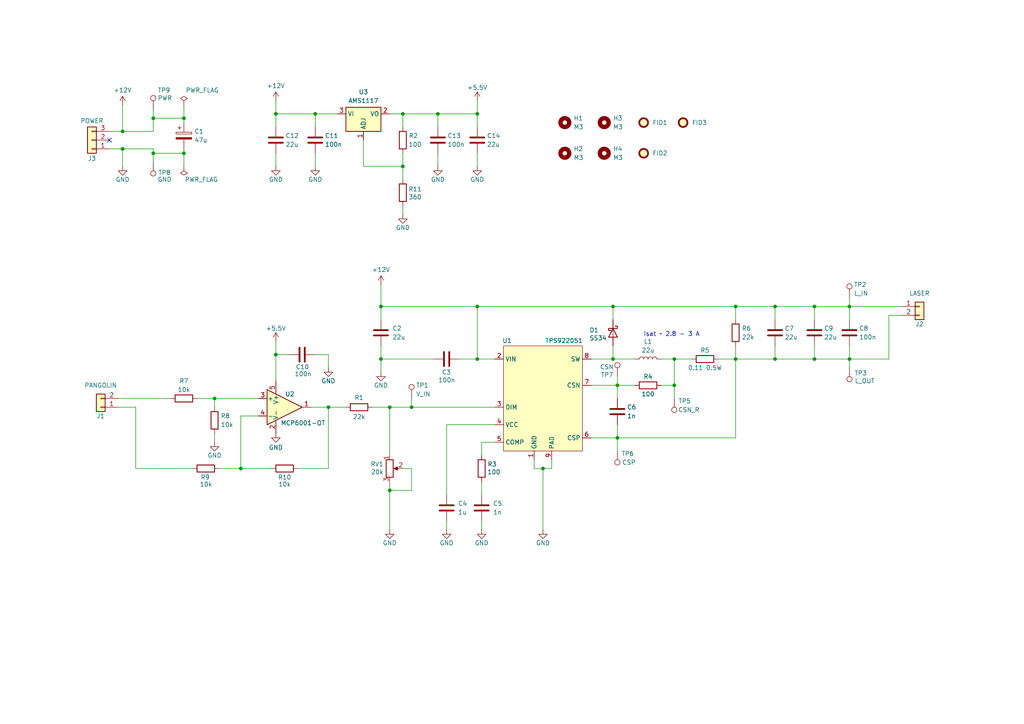
<source format=kicad_sch>
(kicad_sch (version 20250114) (generator "eeschema") (generator_version "9.0")
  (paper "A4")
  (title_block (title "Driver do lasera (dioda zielona)") (date "2025-12-18") (company "MOS"))
  (lib_symbols
    (symbol "Amplifier_Operational:MCP6001-OT" (pin_names (offset 0.127))
      (property "Reference" "U" (at -1.27 6.35 0))
      (property "Value" "MCP6001-OT" (at -1.27 3.81 0))
      (symbol "MCP6001-OT_0_1"
        (polyline (pts (xy -5.08 5.08) (xy 5.08 0) (xy -5.08 -5.08) (xy -5.08 5.08)) (stroke (width 0.254)) (fill (type background)))
        (pin power_in line (at -2.54 7.62 270) (length 3.81) (name "V+") (number "5"))
        (pin power_in line (at -2.54 -7.62 90) (length 3.81) (name "V-") (number "2"))
      )
      (symbol "MCP6001-OT_1_1"
        (pin input line (at -7.62 2.54 0) (length 2.54) (name "+") (number "3"))
        (pin input line (at -7.62 -2.54 0) (length 2.54) (name "-") (number "4"))
        (pin output line (at 7.62 0 180) (length 2.54) (name "~") (number "1"))
      )
    )
    (symbol "Connector:TestPoint" (pin_numbers (hide yes)) (pin_names (offset 0.762) (hide yes))
      (property "Reference" "TP" (at 0 6.858 0))
      (property "Value" "TestPoint" (at 0 5.08 0))
      (symbol "TestPoint_0_1"
        (circle (center 0 3.302) (radius 0.762))
      )
      (symbol "TestPoint_1_1"
        (pin passive line (at 0 0 90) (length 2.54) (name "1") (number "1"))
      )
    )
    (symbol "Connector_Generic:Conn_01x02" (pin_names (offset 1.016) (hide yes))
      (property "Reference" "J" (at 0 2.54 0))
      (property "Value" "Conn_01x02" (at 0 -5.08 0))
      (symbol "Conn_01x02_1_1"
        (rectangle (start -1.27 1.27) (end 1.27 -3.81) (stroke (width 0.254)) (fill (type background)))
        (rectangle (start -1.27 0.127) (end 0 -0.127) (stroke (width 0.1524)))
        (rectangle (start -1.27 -2.413) (end 0 -2.667) (stroke (width 0.1524)))
        (pin passive line (at -5.08 0 0) (length 3.81) (name "Pin_1") (number "1"))
        (pin passive line (at -5.08 -2.54 0) (length 3.81) (name "Pin_2") (number "2"))
      )
    )
    (symbol "Connector_Generic:Conn_01x03" (pin_names (offset 1.016) (hide yes))
      (property "Reference" "J" (at 0 5.08 0))
      (property "Value" "Conn_01x03" (at 0 -5.08 0))
      (symbol "Conn_01x03_1_1"
        (rectangle (start -1.27 3.81) (end 1.27 -3.81) (stroke (width 0.254)) (fill (type background)))
        (rectangle (start -1.27 2.667) (end 0 2.413) (stroke (width 0.1524)))
        (rectangle (start -1.27 0.127) (end 0 -0.127) (stroke (width 0.1524)))
        (rectangle (start -1.27 -2.413) (end 0 -2.667) (stroke (width 0.1524)))
        (pin passive line (at -5.08 2.54 0) (length 3.81) (name "Pin_1") (number "1"))
        (pin passive line (at -5.08 0 0) (length 3.81) (name "Pin_2") (number "2"))
        (pin passive line (at -5.08 -2.54 0) (length 3.81) (name "Pin_3") (number "3"))
      )
    )
    (symbol "Device:C" (pin_numbers (hide yes)) (pin_names (offset 0.254))
      (property "Reference" "C" (at 0.635 2.54 0))
      (property "Value" "C" (at 0.635 -2.54 0))
      (symbol "C_0_1"
        (polyline (pts (xy -2.032 0.762) (xy 2.032 0.762)) (stroke (width 0.508)))
        (polyline (pts (xy -2.032 -0.762) (xy 2.032 -0.762)) (stroke (width 0.508)))
      )
      (symbol "C_1_1"
        (pin passive line (at 0 3.81 270) (length 2.794) (name "~") (number "1"))
        (pin passive line (at 0 -3.81 90) (length 2.794) (name "~") (number "2"))
      )
    )
    (symbol "Device:C_Polarized" (pin_numbers (hide yes)) (pin_names (offset 0.254))
      (property "Reference" "C" (at 0.635 2.54 0))
      (property "Value" "C_Polarized" (at 0.635 -2.54 0))
      (symbol "C_Polarized_0_1"
        (rectangle (start -2.286 0.508) (end 2.286 1.016))
        (polyline (pts (xy -1.778 2.286) (xy -0.762 2.286)))
        (polyline (pts (xy -1.27 2.794) (xy -1.27 1.778)))
        (rectangle (start 2.286 -0.508) (end -2.286 -1.016) (fill (type outline)))
      )
      (symbol "C_Polarized_1_1"
        (pin passive line (at 0 3.81 270) (length 2.794) (name "~") (number "1"))
        (pin passive line (at 0 -3.81 90) (length 2.794) (name "~") (number "2"))
      )
    )
    (symbol "Device:D_Schottky" (pin_numbers (hide yes)) (pin_names (offset 1.016) (hide yes))
      (property "Reference" "D" (at 0 2.54 0))
      (property "Value" "D_Schottky" (at 0 -2.54 0))
      (symbol "D_Schottky_0_1"
        (polyline (pts (xy -1.905 0.635) (xy -1.905 1.27) (xy -1.27 1.27) (xy -1.27 -1.27) (xy -0.635 -1.27) (xy -0.635 -0.635)) (stroke (width 0.254)))
        (polyline (pts (xy 1.27 1.27) (xy 1.27 -1.27) (xy -1.27 0) (xy 1.27 1.27)) (stroke (width 0.254)))
        (polyline (pts (xy 1.27 0) (xy -1.27 0)))
      )
      (symbol "D_Schottky_1_1"
        (pin passive line (at -3.81 0 0) (length 2.54) (name "K") (number "1"))
        (pin passive line (at 3.81 0 180) (length 2.54) (name "A") (number "2"))
      )
    )
    (symbol "Device:L" (pin_numbers (hide yes)) (pin_names (offset 1.016) (hide yes))
      (property "Reference" "L" (at -1.27 0 90))
      (property "Value" "L" (at 1.905 0 90))
      (symbol "L_0_1"
        (arc (start 0 2.54) (mid 0.6323 1.905) (end 0 1.27))
        (arc (start 0 1.27) (mid 0.6323 0.635) (end 0 0))
        (arc (start 0 0) (mid 0.6323 -0.635) (end 0 -1.27))
        (arc (start 0 -1.27) (mid 0.6323 -1.905) (end 0 -2.54))
      )
      (symbol "L_1_1"
        (pin passive line (at 0 3.81 270) (length 1.27) (name "1") (number "1"))
        (pin passive line (at 0 -3.81 90) (length 1.27) (name "2") (number "2"))
      )
    )
    (symbol "Device:R" (pin_numbers (hide yes)) (pin_names (offset 0))
      (property "Reference" "R" (at 2.032 0 90))
      (property "Value" "R" (at 0 0 90))
      (symbol "R_0_1"
        (rectangle (start -1.016 -2.54) (end 1.016 2.54) (stroke (width 0.254)))
      )
      (symbol "R_1_1"
        (pin passive line (at 0 3.81 270) (length 1.27) (name "~") (number "1"))
        (pin passive line (at 0 -3.81 90) (length 1.27) (name "~") (number "2"))
      )
    )
    (symbol "Device:R_Potentiometer" (pin_names (offset 1.016) (hide yes))
      (property "Reference" "RV" (at -4.445 0 90))
      (property "Value" "R_Potentiometer" (at -2.54 0 90))
      (symbol "R_Potentiometer_0_1"
        (rectangle (start 1.016 2.54) (end -1.016 -2.54) (stroke (width 0.254)))
        (polyline (pts (xy 1.143 0) (xy 2.286 0.508) (xy 2.286 -0.508) (xy 1.143 0)) (fill (type outline)))
        (polyline (pts (xy 2.54 0) (xy 1.524 0)))
      )
      (symbol "R_Potentiometer_1_1"
        (pin passive line (at 0 3.81 270) (length 1.27) (name "1") (number "1"))
        (pin passive line (at 0 -3.81 90) (length 1.27) (name "3") (number "3"))
        (pin passive line (at 3.81 0 180) (length 1.27) (name "2") (number "2"))
      )
    )
    (symbol "Mechanical:Fiducial" (in_bom no)
      (property "Reference" "FID" (at 0 5.08 0))
      (property "Value" "Fiducial" (at 0 3.175 0))
      (symbol "Fiducial_0_1"
        (circle (center 0 0) (radius 1.27) (stroke (width 0.508)) (fill (type background)))
      )
    )
    (symbol "Mechanical:MountingHole" (pin_names (offset 1.016)) (in_bom no)
      (property "Reference" "H" (at 0 5.08 0))
      (property "Value" "MountingHole" (at 0 3.175 0))
      (symbol "MountingHole_0_1"
        (circle (center 0 0) (radius 1.27) (stroke (width 1.27)))
      )
    )
    (symbol "Regulator_Linear:AMS1117"
      (property "Reference" "U" (at -3.81 3.175 0))
      (property "Value" "AMS1117" (at 0 3.175 0))
      (symbol "AMS1117_0_1"
        (rectangle (start -5.08 -5.08) (end 5.08 1.905) (stroke (width 0.254)) (fill (type background)))
      )
      (symbol "AMS1117_1_1"
        (pin power_in line (at -7.62 0 0) (length 2.54) (name "VI") (number "3"))
        (pin input line (at 0 -7.62 90) (length 2.54) (name "ADJ") (number "1"))
        (pin power_out line (at 7.62 0 180) (length 2.54) (name "VO") (number "2"))
      )
    )
    (symbol "bibl:TPS922051"
      (property "Reference" "U" (at -10.922 16.51 0))
      (property "Value" "TPS922051" (at 0 0 0))
      (symbol "TPS922051_1_1"
        (rectangle (start -11.43 15.24) (end 11.43 -15.24) (fill (type background)))
        (pin input line (at -13.97 11.43 0) (length 2.54) (name "VIN") (number "2"))
        (pin input line (at -13.97 -2.54 0) (length 2.54) (name "DIM") (number "3"))
        (pin input line (at -13.97 -7.62 0) (length 2.54) (name "VCC") (number "4"))
        (pin input line (at -13.97 -12.7 0) (length 2.54) (name "COMP") (number "5"))
        (pin input line (at -2.54 -17.78 90) (length 2.54) (name "GND") (number "1"))
        (pin input line (at 2.54 -17.78 90) (length 2.54) (name "PAD") (number "9"))
        (pin input line (at 13.97 11.43 180) (length 2.54) (name "SW") (number "8"))
        (pin input line (at 13.97 3.81 180) (length 2.54) (name "CSN") (number "7"))
        (pin input line (at 13.97 -11.43 180) (length 2.54) (name "CSP") (number "6"))
      )
    )
    (symbol "power:+12V" (power) (pin_numbers (hide yes)) (pin_names (offset 0) (hide yes))
      (property "Value" "+12V" (at 0 3.556 0))
      (symbol "+12V_0_1"
        (polyline (pts (xy -0.762 1.27) (xy 0 2.54)))
        (polyline (pts (xy 0 2.54) (xy 0.762 1.27)))
        (polyline (pts (xy 0 0) (xy 0 2.54)))
      )
      (symbol "+12V_1_1"
        (pin power_in line (at 0 0 90) (length 0) (name "~") (number "1"))
      )
    )
    (symbol "power:+6V" (power) (pin_numbers (hide yes)) (pin_names (offset 0) (hide yes))
      (property "Value" "+6V" (at 0 3.556 0))
      (symbol "+6V_0_1"
        (polyline (pts (xy -0.762 1.27) (xy 0 2.54)))
        (polyline (pts (xy 0 2.54) (xy 0.762 1.27)))
        (polyline (pts (xy 0 0) (xy 0 2.54)))
      )
      (symbol "+6V_1_1"
        (pin power_in line (at 0 0 90) (length 0) (name "~") (number "1"))
      )
    )
    (symbol "power:GND" (power) (pin_numbers (hide yes)) (pin_names (offset 0) (hide yes))
      (property "Value" "GND" (at 0 -3.81 0))
      (symbol "GND_0_1"
        (polyline (pts (xy 0 0) (xy 0 -1.27) (xy 1.27 -1.27) (xy 0 -2.54) (xy -1.27 -1.27) (xy 0 -1.27)))
      )
      (symbol "GND_1_1"
        (pin power_in line (at 0 0 270) (length 0) (name "~") (number "1"))
      )
    )
    (symbol "power:PWR_FLAG" (power) (pin_numbers (hide yes)) (pin_names (offset 0) (hide yes))
      (property "Value" "PWR_FLAG" (at 0 3.81 0))
      (symbol "PWR_FLAG_0_0"
        (pin power_out line (at 0 0 90) (length 0) (name "~") (number "1"))
      )
      (symbol "PWR_FLAG_0_1"
        (polyline (pts (xy 0 0) (xy 0 1.27) (xy -1.016 1.905) (xy 0 2.54) (xy 1.016 1.905) (xy 0 1.27)))
      )
    )
  )
  (text "Isat ~ 2.8 - 3 A\n" (at 194.818 97.028 0) (effects (font (size 1.27 1.27))))
  (junction (at 53.34 44.45))
  (junction (at 224.79 104.14))
  (junction (at 179.07 127))
  (junction (at 35.56 43.18))
  (junction (at 53.34 34.29))
  (junction (at 195.58 111.76))
  (junction (at 236.22 104.14))
  (junction (at 69.85 135.89))
  (junction (at 138.43 104.14))
  (junction (at 177.8 104.14))
  (junction (at 138.43 33.02))
  (junction (at 119.38 118.11))
  (junction (at 35.56 38.1))
  (junction (at 110.49 104.14))
  (junction (at 177.8 88.9))
  (junction (at 224.79 88.9))
  (junction (at 157.48 135.89))
  (junction (at 138.43 88.9))
  (junction (at 44.45 44.45))
  (junction (at 91.44 33.02))
  (junction (at 113.03 118.11))
  (junction (at 80.01 102.87))
  (junction (at 95.25 118.11))
  (junction (at 127 33.02))
  (junction (at 116.84 33.02))
  (junction (at 44.45 34.29))
  (junction (at 236.22 88.9))
  (junction (at 246.38 88.9))
  (junction (at 213.36 88.9))
  (junction (at 195.58 104.14))
  (junction (at 113.03 142.24))
  (junction (at 246.38 104.14))
  (junction (at 213.36 104.14))
  (junction (at 80.01 33.02))
  (junction (at 62.23 115.57))
  (junction (at 116.84 48.26))
  (junction (at 110.49 88.9))
  (junction (at 179.07 111.76))
  (no_connect (at 31.75 40.64))
  (wire (pts (xy 35.56 38.1) (xy 44.45 38.1)))
  (wire (pts (xy 171.45 104.14) (xy 177.8 104.14)))
  (wire (pts (xy 113.03 142.24) (xy 113.03 153.67)))
  (wire (pts (xy 69.85 120.65) (xy 69.85 135.89)))
  (wire (pts (xy 157.48 135.89) (xy 160.02 135.89)))
  (wire (pts (xy 110.49 104.14) (xy 110.49 100.33)))
  (wire (pts (xy 129.54 151.13) (xy 129.54 153.67)))
  (wire (pts (xy 110.49 104.14) (xy 110.49 107.95)))
  (wire (pts (xy 236.22 104.14) (xy 246.38 104.14)))
  (wire (pts (xy 113.03 142.24) (xy 113.03 139.7)))
  (wire (pts (xy 171.45 127) (xy 179.07 127)))
  (wire (pts (xy 179.07 111.76) (xy 184.15 111.76)))
  (wire (pts (xy 53.34 34.29) (xy 53.34 35.56)))
  (wire (pts (xy 139.7 139.7) (xy 139.7 143.51)))
  (wire (pts (xy 80.01 33.02) (xy 91.44 33.02)))
  (wire (pts (xy 179.07 123.19) (xy 179.07 127)))
  (wire (pts (xy 213.36 88.9) (xy 224.79 88.9)))
  (wire (pts (xy 44.45 34.29) (xy 53.34 34.29)))
  (wire (pts (xy 110.49 82.55) (xy 110.49 88.9)))
  (wire (pts (xy 119.38 142.24) (xy 113.03 142.24)))
  (wire (pts (xy 177.8 88.9) (xy 177.8 92.71)))
  (wire (pts (xy 246.38 104.14) (xy 257.81 104.14)))
  (wire (pts (xy 44.45 38.1) (xy 44.45 34.29)))
  (wire (pts (xy 208.28 104.14) (xy 213.36 104.14)))
  (wire (pts (xy 116.84 52.07) (xy 116.84 48.26)))
  (wire (pts (xy 129.54 123.19) (xy 129.54 143.51)))
  (wire (pts (xy 62.23 115.57) (xy 62.23 118.11)))
  (wire (pts (xy 34.29 115.57) (xy 49.53 115.57)))
  (wire (pts (xy 116.84 135.89) (xy 119.38 135.89)))
  (wire (pts (xy 179.07 127) (xy 213.36 127)))
  (wire (pts (xy 105.41 48.26) (xy 116.84 48.26)))
  (wire (pts (xy 195.58 111.76) (xy 195.58 104.14)))
  (wire (pts (xy 143.51 128.27) (xy 139.7 128.27)))
  (wire (pts (xy 177.8 100.33) (xy 177.8 104.14)))
  (wire (pts (xy 139.7 128.27) (xy 139.7 132.08)))
  (wire (pts (xy 138.43 44.45) (xy 138.43 48.26)))
  (wire (pts (xy 160.02 135.89) (xy 160.02 133.35)))
  (wire (pts (xy 91.44 33.02) (xy 97.79 33.02)))
  (wire (pts (xy 138.43 33.02) (xy 138.43 36.83)))
  (wire (pts (xy 86.36 135.89) (xy 95.25 135.89)))
  (wire (pts (xy 113.03 118.11) (xy 113.03 132.08)))
  (wire (pts (xy 110.49 104.14) (xy 125.73 104.14)))
  (wire (pts (xy 31.75 43.18) (xy 35.56 43.18)))
  (wire (pts (xy 236.22 88.9) (xy 246.38 88.9)))
  (wire (pts (xy 91.44 36.83) (xy 91.44 33.02)))
  (wire (pts (xy 39.37 135.89) (xy 39.37 118.11)))
  (wire (pts (xy 177.8 88.9) (xy 213.36 88.9)))
  (wire (pts (xy 116.84 33.02) (xy 116.84 36.83)))
  (wire (pts (xy 261.62 91.44) (xy 257.81 91.44)))
  (wire (pts (xy 80.01 102.87) (xy 80.01 110.49)))
  (wire (pts (xy 53.34 43.18) (xy 53.34 44.45)))
  (wire (pts (xy 133.35 104.14) (xy 138.43 104.14)))
  (wire (pts (xy 110.49 88.9) (xy 138.43 88.9)))
  (wire (pts (xy 53.34 30.48) (xy 53.34 34.29)))
  (wire (pts (xy 80.01 44.45) (xy 80.01 48.26)))
  (wire (pts (xy 95.25 118.11) (xy 95.25 135.89)))
  (wire (pts (xy 80.01 99.06) (xy 80.01 102.87)))
  (wire (pts (xy 138.43 104.14) (xy 138.43 88.9)))
  (wire (pts (xy 127 44.45) (xy 127 48.26)))
  (wire (pts (xy 116.84 59.69) (xy 116.84 62.23)))
  (wire (pts (xy 35.56 43.18) (xy 44.45 43.18)))
  (wire (pts (xy 113.03 33.02) (xy 116.84 33.02)))
  (wire (pts (xy 157.48 135.89) (xy 157.48 153.67)))
  (wire (pts (xy 246.38 88.9) (xy 261.62 88.9)))
  (wire (pts (xy 154.94 135.89) (xy 157.48 135.89)))
  (wire (pts (xy 119.38 118.11) (xy 143.51 118.11)))
  (wire (pts (xy 246.38 100.33) (xy 246.38 104.14)))
  (wire (pts (xy 213.36 104.14) (xy 213.36 127)))
  (wire (pts (xy 90.17 118.11) (xy 95.25 118.11)))
  (wire (pts (xy 53.34 44.45) (xy 53.34 48.26)))
  (wire (pts (xy 138.43 88.9) (xy 177.8 88.9)))
  (wire (pts (xy 138.43 104.14) (xy 143.51 104.14)))
  (wire (pts (xy 177.8 104.14) (xy 184.15 104.14)))
  (wire (pts (xy 57.15 115.57) (xy 62.23 115.57)))
  (wire (pts (xy 91.44 44.45) (xy 91.44 48.26)))
  (wire (pts (xy 139.7 151.13) (xy 139.7 153.67)))
  (wire (pts (xy 143.51 123.19) (xy 129.54 123.19)))
  (wire (pts (xy 236.22 100.33) (xy 236.22 104.14)))
  (wire (pts (xy 119.38 118.11) (xy 113.03 118.11)))
  (wire (pts (xy 44.45 46.99) (xy 44.45 44.45)))
  (wire (pts (xy 80.01 36.83) (xy 80.01 33.02)))
  (wire (pts (xy 213.36 88.9) (xy 213.36 92.71)))
  (wire (pts (xy 91.44 102.87) (xy 95.25 102.87)))
  (wire (pts (xy 69.85 135.89) (xy 78.74 135.89)))
  (wire (pts (xy 171.45 111.76) (xy 179.07 111.76)))
  (wire (pts (xy 116.84 44.45) (xy 116.84 48.26)))
  (wire (pts (xy 44.45 43.18) (xy 44.45 44.45)))
  (wire (pts (xy 95.25 118.11) (xy 100.33 118.11)))
  (wire (pts (xy 80.01 102.87) (xy 83.82 102.87)))
  (wire (pts (xy 44.45 44.45) (xy 53.34 44.45)))
  (wire (pts (xy 119.38 115.57) (xy 119.38 118.11)))
  (wire (pts (xy 80.01 29.21) (xy 80.01 33.02)))
  (wire (pts (xy 119.38 135.89) (xy 119.38 142.24)))
  (wire (pts (xy 224.79 88.9) (xy 236.22 88.9)))
  (wire (pts (xy 213.36 104.14) (xy 224.79 104.14)))
  (wire (pts (xy 44.45 31.75) (xy 44.45 34.29)))
  (wire (pts (xy 224.79 88.9) (xy 224.79 92.71)))
  (wire (pts (xy 224.79 104.14) (xy 236.22 104.14)))
  (wire (pts (xy 246.38 86.36) (xy 246.38 88.9)))
  (wire (pts (xy 179.07 109.22) (xy 179.07 111.76)))
  (wire (pts (xy 62.23 125.73) (xy 62.23 128.27)))
  (wire (pts (xy 195.58 104.14) (xy 200.66 104.14)))
  (wire (pts (xy 246.38 104.14) (xy 246.38 106.68)))
  (wire (pts (xy 55.88 135.89) (xy 39.37 135.89)))
  (wire (pts (xy 236.22 88.9) (xy 236.22 92.71)))
  (wire (pts (xy 195.58 104.14) (xy 191.77 104.14)))
  (wire (pts (xy 127 33.02) (xy 138.43 33.02)))
  (wire (pts (xy 195.58 111.76) (xy 191.77 111.76)))
  (wire (pts (xy 246.38 88.9) (xy 246.38 92.71)))
  (wire (pts (xy 63.5 135.89) (xy 69.85 135.89)))
  (wire (pts (xy 179.07 111.76) (xy 179.07 115.57)))
  (wire (pts (xy 107.95 118.11) (xy 113.03 118.11)))
  (wire (pts (xy 179.07 127) (xy 179.07 130.81)))
  (wire (pts (xy 95.25 102.87) (xy 95.25 106.68)))
  (wire (pts (xy 110.49 88.9) (xy 110.49 92.71)))
  (wire (pts (xy 74.93 120.65) (xy 69.85 120.65)))
  (wire (pts (xy 105.41 40.64) (xy 105.41 48.26)))
  (wire (pts (xy 35.56 30.48) (xy 35.56 38.1)))
  (wire (pts (xy 154.94 133.35) (xy 154.94 135.89)))
  (wire (pts (xy 116.84 33.02) (xy 127 33.02)))
  (wire (pts (xy 62.23 115.57) (xy 74.93 115.57)))
  (wire (pts (xy 224.79 104.14) (xy 224.79 100.33)))
  (wire (pts (xy 138.43 29.21) (xy 138.43 33.02)))
  (wire (pts (xy 127 33.02) (xy 127 36.83)))
  (wire (pts (xy 35.56 38.1) (xy 31.75 38.1)))
  (wire (pts (xy 35.56 43.18) (xy 35.56 48.26)))
  (wire (pts (xy 34.29 118.11) (xy 39.37 118.11)))
  (wire (pts (xy 195.58 111.76) (xy 195.58 115.57)))
  (wire (pts (xy 213.36 100.33) (xy 213.36 104.14)))
  (wire (pts (xy 257.81 91.44) (xy 257.81 104.14)))
  (symbol (lib_id "Mechanical:Fiducial") (at 186.69 44.45 0) (unit 1) (in_bom no)
    (property "Reference" "FID2" (at 189.23 44.4499 0) (effects (justify left)))
    (property "Footprint" "Fiducial:Fiducial_1mm_Mask2mm" (effects (hide yes)))
    (property "Description" "Fiducial Marker" (effects (hide yes)))
  )
  (symbol (lib_id "Device:R_Potentiometer") (at 113.03 135.89 0) (unit 1)
    (property "Reference" "RV1" (at 111.252 134.62 0) (effects (justify right)))
    (property "Value" "20k" (at 111.252 136.906 0) (effects (justify right)))
    (property "Footprint" "Potentiometer_THT:Potentiometer_Bourns_3296W_Vertical" (effects (hide yes)))
    (property "Description" "Potentiometer" (effects (hide yes)))
  )
  (symbol (lib_id "Device:L") (at 187.96 104.14 90) (unit 1)
    (property "Reference" "L1" (at 187.96 99.06 90))
    (property "Value" "22u" (at 187.96 101.6 90))
    (property "Footprint" "laser:MGAH0603220M-10" (effects (hide yes)))
    (property "Description" "Inductor" (effects (hide yes)))
  )
  (symbol (lib_id "power:GND") (at 138.43 48.26 0) (unit 1)
    (property "Reference" "#PWR019" (effects (hide yes)))
    (property "Value" "GND" (at 138.43 52.07 0))
    (property "Description" "Power symbol creates a global label with name \"GND\" , ground" (effects (hide yes)))
  )
  (symbol (lib_id "Connector_Generic:Conn_01x02") (at 29.21 118.11 180) (unit 1)
    (property "Reference" "J1" (at 29.21 120.65 0))
    (property "Value" "PANGOLIN" (at 29.21 111.76 0))
    (property "Footprint" "Connector_JST:JST_PH_B2B-PH-K_1x02_P2.00mm_Vertical" (effects (hide yes)))
    (property "Description" "Generic connector, single row, 01x02, script generated (kicad-library-utils/schlib/autogen/connector/)" (effects (hide yes)))
  )
  (symbol (lib_id "Device:C") (at 246.38 96.52 0) (unit 1)
    (property "Reference" "C8" (at 249.174 95.25 0) (effects (justify left)))
    (property "Value" "100n" (at 249.174 97.79 0) (effects (justify left)))
    (property "Footprint" "Capacitor_SMD:C_0603_1608Metric_Pad1.08x0.95mm_HandSolder" (effects (hide yes)))
    (property "Description" "Unpolarized capacitor" (effects (hide yes)))
  )
  (symbol (lib_id "Connector:TestPoint") (at 44.45 31.75 0) (unit 1)
    (property "Reference" "TP9" (at 45.72 26.162 0) (effects (justify left)))
    (property "Value" "PWR" (at 45.72 28.448 0) (effects (justify left)))
    (property "Footprint" "TestPoint:TestPoint_Pad_D2.0mm" (effects (hide yes)))
    (property "Description" "test point" (effects (hide yes)))
  )
  (symbol (lib_id "Device:C") (at 138.43 40.64 0) (unit 1)
    (property "Reference" "C14" (at 141.224 39.37 0) (effects (justify left)))
    (property "Value" "22u" (at 141.224 41.91 0) (effects (justify left)))
    (property "Footprint" "Capacitor_SMD:C_1210_3225Metric_Pad1.33x2.70mm_HandSolder" (effects (hide yes)))
    (property "Description" "Unpolarized capacitor" (effects (hide yes)))
  )
  (symbol (lib_id "Device:C") (at 91.44 40.64 0) (unit 1)
    (property "Reference" "C11" (at 94.234 39.37 0) (effects (justify left)))
    (property "Value" "100n" (at 94.234 41.91 0) (effects (justify left)))
    (property "Footprint" "Capacitor_SMD:C_0603_1608Metric_Pad1.08x0.95mm_HandSolder" (effects (hide yes)))
    (property "Description" "Unpolarized capacitor" (effects (hide yes)))
  )
  (symbol (lib_id "Device:C") (at 87.63 102.87 90) (unit 1)
    (property "Reference" "C10" (at 89.662 106.426 90) (effects (justify left)))
    (property "Value" "100n" (at 90.424 108.458 90) (effects (justify left)))
    (property "Footprint" "Capacitor_SMD:C_0603_1608Metric_Pad1.08x0.95mm_HandSolder" (effects (hide yes)))
    (property "Description" "Unpolarized capacitor" (effects (hide yes)))
  )
  (symbol (lib_id "Device:C") (at 129.54 147.32 0) (unit 1)
    (property "Reference" "C4" (at 132.842 146.05 0) (effects (justify left)))
    (property "Value" "1u" (at 132.842 148.59 0) (effects (justify left)))
    (property "Footprint" "Capacitor_SMD:C_0603_1608Metric_Pad1.08x0.95mm_HandSolder" (effects (hide yes)))
    (property "Description" "Unpolarized capacitor" (effects (hide yes)))
  )
  (symbol (lib_id "power:GND") (at 113.03 153.67 0) (unit 1)
    (property "Reference" "#PWR07" (effects (hide yes)))
    (property "Value" "GND" (at 113.03 157.48 0))
    (property "Description" "Power symbol creates a global label with name \"GND\" , ground" (effects (hide yes)))
  )
  (symbol (lib_id "Connector_Generic:Conn_01x02") (at 266.7 88.9 0) (unit 1)
    (property "Reference" "J2" (at 266.7 93.98 0))
    (property "Value" "LASER" (at 266.7 85.09 0))
    (property "Footprint" "Connector_JST:JST_XH_B2B-XH-A_1x02_P2.50mm_Vertical" (effects (hide yes)))
    (property "Description" "Generic connector, single row, 01x02, script generated (kicad-library-utils/schlib/autogen/connector/)" (effects (hide yes)))
  )
  (symbol (lib_id "power:+12V") (at 110.49 82.55 0) (unit 1)
    (property "Reference" "#PWR03" (effects (hide yes)))
    (property "Value" "+12V" (at 110.49 78.232 0))
    (property "Description" "Power symbol creates a global label with name \"+12V\"" (effects (hide yes)))
  )
  (symbol (lib_id "Device:R") (at 187.96 111.76 90) (unit 1)
    (property "Reference" "R4" (at 187.96 109.22 90))
    (property "Value" "100" (at 187.96 114.3 90))
    (property "Footprint" "Resistor_SMD:R_0603_1608Metric_Pad0.98x0.95mm_HandSolder" (effects (hide yes)))
    (property "Description" "Resistor" (effects (hide yes)))
  )
  (symbol (lib_id "Mechanical:Fiducial") (at 186.69 35.56 0) (unit 1) (in_bom no)
    (property "Reference" "FID1" (at 189.23 35.5599 0) (effects (justify left)))
    (property "Footprint" "Fiducial:Fiducial_1mm_Mask2mm" (effects (hide yes)))
    (property "Description" "Fiducial Marker" (effects (hide yes)))
  )
  (symbol (lib_id "power:GND") (at 116.84 62.23 0) (unit 1)
    (property "Reference" "#PWR013" (effects (hide yes)))
    (property "Value" "GND" (at 116.84 66.04 0))
    (property "Description" "Power symbol creates a global label with name \"GND\" , ground" (effects (hide yes)))
  )
  (symbol (lib_id "power:+12V") (at 35.56 30.48 0) (unit 1)
    (property "Reference" "#PWR011" (effects (hide yes)))
    (property "Value" "+12V" (at 35.56 26.162 0))
    (property "Description" "Power symbol creates a global label with name \"+12V\"" (effects (hide yes)))
  )
  (symbol (lib_id "Device:C") (at 80.01 40.64 0) (unit 1)
    (property "Reference" "C12" (at 82.804 39.37 0) (effects (justify left)))
    (property "Value" "22u" (at 82.804 41.91 0) (effects (justify left)))
    (property "Footprint" "Capacitor_SMD:C_1210_3225Metric_Pad1.33x2.70mm_HandSolder" (effects (hide yes)))
    (property "Description" "Unpolarized capacitor" (effects (hide yes)))
  )
  (symbol (lib_id "power:+6V") (at 138.43 29.21 0) (unit 1)
    (property "Reference" "#PWR014" (effects (hide yes)))
    (property "Value" "+5.5V" (at 138.43 25.4 0))
    (property "Description" "Power symbol creates a global label with name \"+6V\"" (effects (hide yes)))
  )
  (symbol (lib_id "Connector:TestPoint") (at 195.58 115.57 180) (unit 1)
    (property "Reference" "TP5" (at 200.406 116.332 0) (effects (justify left)))
    (property "Value" "CSN_R" (at 202.946 118.872 0) (effects (justify left)))
    (property "Footprint" "TestPoint:TestPoint_Pad_D2.0mm" (effects (hide yes)))
    (property "Description" "test point" (effects (hide yes)))
  )
  (symbol (lib_id "Device:R") (at 139.7 135.89 180) (unit 1)
    (property "Reference" "R3" (at 142.748 134.62 0))
    (property "Value" "100" (at 143.256 136.906 0))
    (property "Footprint" "Resistor_SMD:R_0603_1608Metric_Pad0.98x0.95mm_HandSolder" (effects (hide yes)))
    (property "Description" "Resistor" (effects (hide yes)))
  )
  (symbol (lib_id "power:GND") (at 157.48 153.67 0) (unit 1)
    (property "Reference" "#PWR02" (effects (hide yes)))
    (property "Value" "GND" (at 157.48 157.48 0))
    (property "Description" "Power symbol creates a global label with name \"GND\" , ground" (effects (hide yes)))
  )
  (symbol (lib_id "Amplifier_Operational:MCP6001-OT") (at 82.55 118.11 0) (unit 1)
    (property "Reference" "U2" (at 84.074 114.3 0))
    (property "Value" "MCP6001-OT" (at 87.884 122.682 0))
    (property "Footprint" "Package_TO_SOT_SMD:SOT-23-5" (effects (hide yes)))
    (property "Datasheet" "https://ww1.microchip.com/downloads/en/DeviceDoc/MCP6001-1R-1U-2-4-1-MHz-Low-Power-Op-Amp-DS20001733L.pdf" (effects (hide yes)))
    (property "Description" "1MHz, Low-Power Op Amp, SOT-23-5" (effects (hide yes)))
  )
  (symbol (lib_id "Device:C") (at 179.07 119.38 0) (unit 1)
    (property "Reference" "C6" (at 181.864 118.11 0) (effects (justify left)))
    (property "Value" "1n" (at 181.864 120.65 0) (effects (justify left)))
    (property "Footprint" "Capacitor_SMD:C_0603_1608Metric_Pad1.08x0.95mm_HandSolder" (effects (hide yes)))
    (property "Description" "Unpolarized capacitor" (effects (hide yes)))
  )
  (symbol (lib_id "power:+6V") (at 80.01 99.06 0) (unit 1)
    (property "Reference" "#PWR04" (effects (hide yes)))
    (property "Value" "+5.5V" (at 80.01 95.25 0))
    (property "Description" "Power symbol creates a global label with name \"+6V\"" (effects (hide yes)))
  )
  (symbol (lib_id "power:GND") (at 127 48.26 0) (unit 1)
    (property "Reference" "#PWR018" (effects (hide yes)))
    (property "Value" "GND" (at 127 52.07 0))
    (property "Description" "Power symbol creates a global label with name \"GND\" , ground" (effects (hide yes)))
  )
  (symbol (lib_id "Connector:TestPoint") (at 246.38 106.68 180) (unit 1)
    (property "Reference" "TP3" (at 251.46 108.204 0) (effects (justify left)))
    (property "Value" "L_OUT" (at 253.746 110.49 0) (effects (justify left)))
    (property "Footprint" "TestPoint:TestPoint_Pad_D2.0mm" (effects (hide yes)))
    (property "Description" "test point" (effects (hide yes)))
  )
  (symbol (lib_id "Device:R") (at 116.84 55.88 180) (unit 1)
    (property "Reference" "R11" (at 120.396 54.864 0))
    (property "Value" "360" (at 120.396 57.15 0))
    (property "Footprint" "Resistor_SMD:R_0603_1608Metric_Pad0.98x0.95mm_HandSolder" (effects (hide yes)))
    (property "Description" "Resistor" (effects (hide yes)))
  )
  (symbol (lib_id "Connector:TestPoint") (at 44.45 46.99 180) (unit 1)
    (property "Reference" "TP8" (at 49.53 50.038 0) (effects (justify left)))
    (property "Value" "GND" (at 49.784 52.07 0) (effects (justify left)))
    (property "Footprint" "TestPoint:TestPoint_Pad_D2.0mm" (effects (hide yes)))
    (property "Description" "test point" (effects (hide yes)))
  )
  (symbol (lib_id "Device:R") (at 59.69 135.89 270) (unit 1)
    (property "Reference" "R9" (at 58.166 138.43 90) (effects (justify left)))
    (property "Value" "10k" (at 57.912 140.462 90) (effects (justify left)))
    (property "Footprint" "Resistor_SMD:R_0603_1608Metric_Pad0.98x0.95mm_HandSolder" (effects (hide yes)))
    (property "Description" "Resistor" (effects (hide yes)))
  )
  (symbol (lib_id "power:GND") (at 95.25 106.68 0) (unit 1)
    (property "Reference" "#PWR010" (effects (hide yes)))
    (property "Value" "GND" (at 95.25 110.49 0))
    (property "Description" "Power symbol creates a global label with name \"GND\" , ground" (effects (hide yes)))
  )
  (symbol (lib_id "Device:R") (at 53.34 115.57 270) (unit 1)
    (property "Reference" "R7" (at 53.34 110.49 90))
    (property "Value" "10k" (at 53.34 113.03 90))
    (property "Footprint" "Resistor_SMD:R_0603_1608Metric_Pad0.98x0.95mm_HandSolder" (effects (hide yes)))
    (property "Description" "Resistor" (effects (hide yes)))
  )
  (symbol (lib_id "power:GND") (at 129.54 153.67 0) (unit 1)
    (property "Reference" "#PWR08" (effects (hide yes)))
    (property "Value" "GND" (at 129.54 157.48 0))
    (property "Description" "Power symbol creates a global label with name \"GND\" , ground" (effects (hide yes)))
  )
  (symbol (lib_id "power:GND") (at 139.7 153.67 0) (unit 1)
    (property "Reference" "#PWR09" (effects (hide yes)))
    (property "Value" "GND" (at 139.7 157.48 0))
    (property "Description" "Power symbol creates a global label with name \"GND\" , ground" (effects (hide yes)))
  )
  (symbol (lib_id "power:GND") (at 91.44 48.26 0) (unit 1)
    (property "Reference" "#PWR017" (effects (hide yes)))
    (property "Value" "GND" (at 91.44 52.07 0))
    (property "Description" "Power symbol creates a global label with name \"GND\" , ground" (effects (hide yes)))
  )
  (symbol (lib_id "power:GND") (at 110.49 107.95 0) (unit 1)
    (property "Reference" "#PWR01" (effects (hide yes)))
    (property "Value" "GND" (at 110.49 111.76 0))
    (property "Description" "Power symbol creates a global label with name \"GND\" , ground" (effects (hide yes)))
  )
  (symbol (lib_id "Device:C") (at 127 40.64 0) (unit 1)
    (property "Reference" "C13" (at 129.794 39.37 0) (effects (justify left)))
    (property "Value" "100n" (at 129.794 41.91 0) (effects (justify left)))
    (property "Footprint" "Capacitor_SMD:C_0603_1608Metric_Pad1.08x0.95mm_HandSolder" (effects (hide yes)))
    (property "Description" "Unpolarized capacitor" (effects (hide yes)))
  )
  (symbol (lib_id "power:GND") (at 80.01 125.73 0) (unit 1)
    (property "Reference" "#PWR05" (effects (hide yes)))
    (property "Value" "GND" (at 80.01 129.794 0))
    (property "Description" "Power symbol creates a global label with name \"GND\" , ground" (effects (hide yes)))
  )
  (symbol (lib_id "Device:C") (at 110.49 96.52 0) (unit 1)
    (property "Reference" "C2" (at 113.792 95.25 0) (effects (justify left)))
    (property "Value" "22u" (at 113.792 97.79 0) (effects (justify left)))
    (property "Footprint" "Capacitor_SMD:C_1210_3225Metric_Pad1.33x2.70mm_HandSolder" (effects (hide yes)))
    (property "Description" "Unpolarized capacitor" (effects (hide yes)))
  )
  (symbol (lib_id "Device:C") (at 129.54 104.14 90) (unit 1)
    (property "Reference" "C3" (at 130.81 107.95 90) (effects (justify left)))
    (property "Value" "100n" (at 132.08 110.236 90) (effects (justify left)))
    (property "Footprint" "Capacitor_SMD:C_0603_1608Metric_Pad1.08x0.95mm_HandSolder" (effects (hide yes)))
    (property "Description" "Unpolarized capacitor" (effects (hide yes)))
  )
  (symbol (lib_id "power:GND") (at 35.56 48.26 0) (unit 1)
    (property "Reference" "#PWR012" (effects (hide yes)))
    (property "Value" "GND" (at 35.56 52.07 0))
    (property "Description" "Power symbol creates a global label with name \"GND\" , ground" (effects (hide yes)))
  )
  (symbol (lib_id "Device:D_Schottky") (at 177.8 96.52 270) (unit 1)
    (property "Reference" "D1" (at 170.942 95.758 90) (effects (justify left)))
    (property "Value" "SS34" (at 170.942 98.044 90) (effects (justify left)))
    (property "Footprint" "Diode_SMD:D_SMC" (effects (hide yes)))
    (property "Description" "Schottky diode" (effects (hide yes)))
  )
  (symbol (lib_id "Device:R") (at 82.55 135.89 90) (unit 1)
    (property "Reference" "R10" (at 82.55 138.43 90))
    (property "Value" "10k" (at 82.55 140.462 90))
    (property "Footprint" "Resistor_SMD:R_0603_1608Metric_Pad0.98x0.95mm_HandSolder" (effects (hide yes)))
    (property "Description" "Resistor" (effects (hide yes)))
  )
  (symbol (lib_id "Mechanical:MountingHole") (at 163.83 35.56 0) (unit 1) (in_bom no)
    (property "Reference" "H1" (at 166.37 34.2899 0) (effects (justify left)))
    (property "Value" "M3" (at 166.37 36.8299 0) (effects (justify left)))
    (property "Footprint" "MountingHole:MountingHole_3.2mm_M3_ISO7380_Pad" (effects (hide yes)))
    (property "Description" "Mounting Hole without connection" (effects (hide yes)))
  )
  (symbol (lib_id "Device:C") (at 236.22 96.52 0) (unit 1)
    (property "Reference" "C9" (at 239.014 95.25 0) (effects (justify left)))
    (property "Value" "22u" (at 239.014 97.79 0) (effects (justify left)))
    (property "Footprint" "Capacitor_SMD:C_1210_3225Metric_Pad1.33x2.70mm_HandSolder" (effects (hide yes)))
    (property "Description" "Unpolarized capacitor" (effects (hide yes)))
  )
  (symbol (lib_id "Mechanical:MountingHole") (at 175.26 35.56 0) (unit 1) (in_bom no)
    (property "Reference" "H3" (at 177.8 34.2899 0) (effects (justify left)))
    (property "Value" "M3" (at 177.8 36.8299 0) (effects (justify left)))
    (property "Footprint" "MountingHole:MountingHole_3.2mm_M3_ISO7380_Pad" (effects (hide yes)))
    (property "Description" "Mounting Hole without connection" (effects (hide yes)))
  )
  (symbol (lib_id "Device:R") (at 213.36 96.52 0) (unit 1)
    (property "Reference" "R6" (at 215.138 95.25 0) (effects (justify left)))
    (property "Value" "22k" (at 215.138 97.79 0) (effects (justify left)))
    (property "Footprint" "Resistor_SMD:R_0603_1608Metric_Pad0.98x0.95mm_HandSolder" (effects (hide yes)))
    (property "Description" "Resistor" (effects (hide yes)))
  )
  (symbol (lib_id "Connector:TestPoint") (at 246.38 86.36 0) (unit 1)
    (property "Reference" "TP2" (at 247.65 82.55 0) (effects (justify left)))
    (property "Value" "L_IN" (at 247.65 85.09 0) (effects (justify left)))
    (property "Footprint" "TestPoint:TestPoint_Pad_D2.0mm" (effects (hide yes)))
    (property "Description" "test point" (effects (hide yes)))
  )
  (symbol (lib_id "Mechanical:MountingHole") (at 175.26 44.45 0) (unit 1) (in_bom no)
    (property "Reference" "H4" (at 177.8 43.1799 0) (effects (justify left)))
    (property "Value" "M3" (at 177.8 45.7199 0) (effects (justify left)))
    (property "Footprint" "MountingHole:MountingHole_3.2mm_M3_ISO7380_Pad" (effects (hide yes)))
    (property "Description" "Mounting Hole without connection" (effects (hide yes)))
  )
  (symbol (lib_id "bibl:TPS922051") (at 157.48 115.57 0) (unit 1)
    (property "Reference" "U1" (at 147.066 98.806 0))
    (property "Value" "TPS922051" (at 163.576 98.806 0))
    (property "Footprint" "Package_SO:HVSSOP-8-1EP_3x3mm_P0.65mm_EP1.57x1.89mm" (effects (hide yes)))
    (property "Datasheet" "https://www.ti.com/lit/ds/symlink/tps922051.pdf?ts=1766588235397&ref_url=https%253A%252F%252Fwww.ti.com%252Fproduct%252FTPS922051" (effects (hide yes)))
    (property "Description" "Buck converter led driver" (effects (hide yes)))
  )
  (symbol (lib_id "power:PWR_FLAG") (at 53.34 30.48 0) (unit 1)
    (property "Reference" "#FLG01" (effects (hide yes)))
    (property "Value" "PWR_FLAG" (at 58.674 26.162 0))
    (property "Description" "Special symbol for telling ERC where power comes from" (effects (hide yes)))
  )
  (symbol (lib_id "Device:R") (at 204.47 104.14 90) (unit 1)
    (property "Reference" "R5" (at 204.47 101.6 90))
    (property "Value" "0.11 0.5W" (at 204.47 106.68 90))
    (property "Footprint" "Resistor_SMD:R_1206_3216Metric" (effects (hide yes)))
    (property "Description" "Resistor" (effects (hide yes)))
  )
  (symbol (lib_id "power:+12V") (at 80.01 29.21 0) (unit 1)
    (property "Reference" "#PWR015" (effects (hide yes)))
    (property "Value" "+12V" (at 80.01 24.892 0))
    (property "Description" "Power symbol creates a global label with name \"+12V\"" (effects (hide yes)))
  )
  (symbol (lib_id "Mechanical:Fiducial") (at 198.12 35.56 0) (unit 1) (in_bom no)
    (property "Reference" "FID3" (at 200.66 35.5599 0) (effects (justify left)))
    (property "Footprint" "Fiducial:Fiducial_1mm_Mask2mm" (effects (hide yes)))
    (property "Description" "Fiducial Marker" (effects (hide yes)))
  )
  (symbol (lib_id "power:GND") (at 80.01 48.26 0) (unit 1)
    (property "Reference" "#PWR016" (effects (hide yes)))
    (property "Value" "GND" (at 80.01 52.07 0))
    (property "Description" "Power symbol creates a global label with name \"GND\" , ground" (effects (hide yes)))
  )
  (symbol (lib_id "power:PWR_FLAG") (at 53.34 48.26 180) (unit 1)
    (property "Reference" "#FLG03" (effects (hide yes)))
    (property "Value" "PWR_FLAG" (at 58.42 52.07 0))
    (property "Description" "Special symbol for telling ERC where power comes from" (effects (hide yes)))
  )
  (symbol (lib_id "Device:C") (at 139.7 147.32 0) (unit 1)
    (property "Reference" "C5" (at 143.002 146.05 0) (effects (justify left)))
    (property "Value" "1n" (at 143.002 148.59 0) (effects (justify left)))
    (property "Footprint" "Capacitor_SMD:C_0603_1608Metric_Pad1.08x0.95mm_HandSolder" (effects (hide yes)))
    (property "Description" "Unpolarized capacitor" (effects (hide yes)))
  )
  (symbol (lib_id "power:GND") (at 62.23 128.27 0) (unit 1)
    (property "Reference" "#PWR06" (effects (hide yes)))
    (property "Value" "GND" (at 62.23 132.08 0))
    (property "Description" "Power symbol creates a global label with name \"GND\" , ground" (effects (hide yes)))
  )
  (symbol (lib_id "Connector:TestPoint") (at 119.38 115.57 0) (unit 1)
    (property "Reference" "TP1" (at 120.65 111.76 0) (effects (justify left)))
    (property "Value" "V_IN" (at 120.65 114.3 0) (effects (justify left)))
    (property "Footprint" "TestPoint:TestPoint_Pad_D2.0mm" (effects (hide yes)))
    (property "Description" "test point" (effects (hide yes)))
  )
  (symbol (lib_id "Mechanical:MountingHole") (at 163.83 44.45 0) (unit 1) (in_bom no)
    (property "Reference" "H2" (at 166.37 43.1799 0) (effects (justify left)))
    (property "Value" "M3" (at 166.37 45.7199 0) (effects (justify left)))
    (property "Footprint" "MountingHole:MountingHole_3.2mm_M3_ISO7380_Pad" (effects (hide yes)))
    (property "Description" "Mounting Hole without connection" (effects (hide yes)))
  )
  (symbol (lib_id "Connector:TestPoint") (at 179.07 109.22 0) (unit 1)
    (property "Reference" "TP7" (at 174.244 108.712 0) (effects (justify left)))
    (property "Value" "CSN" (at 173.99 106.426 0) (effects (justify left)))
    (property "Footprint" "TestPoint:TestPoint_Pad_D2.0mm" (effects (hide yes)))
    (property "Description" "test point" (effects (hide yes)))
  )
  (symbol (lib_id "Device:R") (at 116.84 40.64 180) (unit 1)
    (property "Reference" "R2" (at 119.888 39.37 0))
    (property "Value" "100" (at 120.396 41.91 0))
    (property "Footprint" "Resistor_SMD:R_0603_1608Metric_Pad0.98x0.95mm_HandSolder" (effects (hide yes)))
    (property "Description" "Resistor" (effects (hide yes)))
  )
  (symbol (lib_id "Device:R") (at 104.14 118.11 90) (unit 1)
    (property "Reference" "R1" (at 104.14 115.316 90))
    (property "Value" "22k" (at 104.14 120.904 90))
    (property "Footprint" "Resistor_SMD:R_0603_1608Metric_Pad0.98x0.95mm_HandSolder" (effects (hide yes)))
    (property "Description" "Resistor" (effects (hide yes)))
  )
  (symbol (lib_id "Device:C_Polarized") (at 53.34 39.37 0) (unit 1)
    (property "Reference" "C1" (at 56.388 38.1 0) (effects (justify left)))
    (property "Value" "47u" (at 56.388 40.64 0) (effects (justify left)))
    (property "Footprint" "Capacitor_SMD:CP_Elec_6.3x5.3" (effects (hide yes)))
    (property "Description" "Polarized capacitor" (effects (hide yes)))
  )
  (symbol (lib_id "Device:R") (at 62.23 121.92 0) (unit 1)
    (property "Reference" "R8" (at 64.008 120.65 0) (effects (justify left)))
    (property "Value" "10k" (at 64.008 123.19 0) (effects (justify left)))
    (property "Footprint" "Resistor_SMD:R_0603_1608Metric_Pad0.98x0.95mm_HandSolder" (effects (hide yes)))
    (property "Description" "Resistor" (effects (hide yes)))
  )
  (symbol (lib_id "Device:C") (at 224.79 96.52 0) (unit 1)
    (property "Reference" "C7" (at 227.584 95.25 0) (effects (justify left)))
    (property "Value" "22u" (at 227.584 97.79 0) (effects (justify left)))
    (property "Footprint" "Capacitor_SMD:C_1210_3225Metric_Pad1.33x2.70mm_HandSolder" (effects (hide yes)))
    (property "Description" "Unpolarized capacitor" (effects (hide yes)))
  )
  (symbol (lib_id "Connector_Generic:Conn_01x03") (at 26.67 40.64 180) (unit 1)
    (property "Reference" "J3" (at 26.67 45.974 0))
    (property "Value" "POWER" (at 26.67 35.052 0))
    (property "Footprint" "Connector_JST:JST_XH_B3B-XH-A_1x03_P2.50mm_Vertical" (effects (hide yes)))
    (property "Description" "Generic connector, single row, 01x03, script generated (kicad-library-utils/schlib/autogen/connector/)" (effects (hide yes)))
  )
  (symbol (lib_id "Regulator_Linear:AMS1117") (at 105.41 33.02 0) (unit 1)
    (property "Reference" "U3" (at 105.41 26.67 0))
    (property "Value" "AMS1117" (at 105.41 29.21 0))
    (property "Footprint" "Package_TO_SOT_SMD:SOT-223-3_TabPin2" (effects (hide yes)))
    (property "Datasheet" "http://www.advanced-monolithic.com/pdf/ds1117.pdf" (effects (hide yes)))
    (property "Description" "1A Low Dropout regulator, positive, adjustable output, SOT-223" (effects (hide yes)))
  )
  (symbol (lib_id "Connector:TestPoint") (at 179.07 130.81 180) (unit 1)
    (property "Reference" "TP6" (at 183.896 131.572 0) (effects (justify left)))
    (property "Value" "CSP" (at 184.404 134.112 0) (effects (justify left)))
    (property "Footprint" "TestPoint:TestPoint_Pad_D2.0mm" (effects (hide yes)))
    (property "Description" "test point" (effects (hide yes)))
  )
)
</source>
